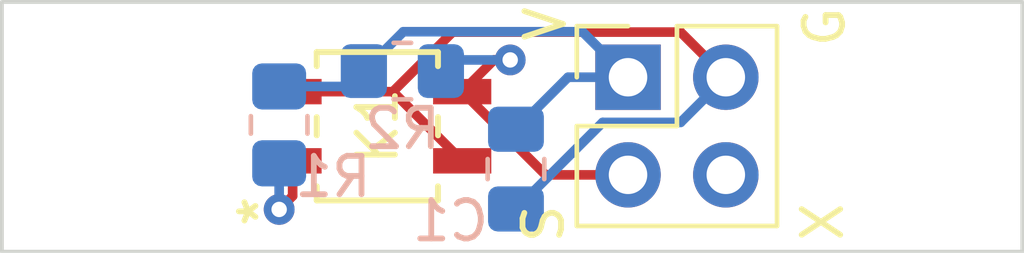
<source format=kicad_pcb>
(kicad_pcb (version 20221018) (generator pcbnew)
  (title_block (title "Reflective Opto (Cliff) Sensor") (company "satomm@stanford.edu") (comment 1 "Department of Civil and Environmental Engineering") (comment 2 "Engineering Informatics Group") (comment 3 "Stanford University") (comment 4 "Matthew Sato"))
  (layers (0 "F.Cu" signal) (31 "B.Cu" signal) (34 "B.Paste" user) (35 "F.Paste" user) (36 "B.SilkS" user "B.Silkscreen") (37 "F.SilkS" user "F.Silkscreen") (38 "B.Mask" user) (39 "F.Mask" user) (44 "Edge.Cuts" user))
  (net 0 "")
  (net 1 "Net-(J1-Pin_1)")
  (net 2 "Net-(J1-Pin_2)")
  (net 3 "Net-(J1-Pin_3)")
  (net 5 "Net-(K1-Pad1)")
  (footprint "MountingHole:MountingHole_2.2mm_M2" (layer "F.Cu") (at 361.875 199.075)
    (fp_text reference "H1" hide)
    (fp_text value "MountingHole" hide)
    (pad "" np_thru_hole circle locked (at 0 0) (size 2.2 2.2) (drill 2.2) (layers "*.Cu" "*.Mask"))
  )
  (footprint "ReflectiveLibrary:ARUSM-313_100CY_FAS-M" (layer "F.Cu") (at 348.225 199.085 90)
    (fp_text reference "K1" (at 0 0 90 unlocked) (layer "F.SilkS"))
    (fp_text value "QRE1113GR" hide)
    (fp_text user "*" (at -2.215 -3.05 90) (layer "F.SilkS"))
    (fp_line (start -1.9304 -1.5748) (end -1.9304 1.5748) (stroke (width 0.1524)) (layer "F.SilkS"))
    (fp_line (start -1.9304 1.5748) (end -1.562941 1.5748) (stroke (width 0.1524)) (layer "F.SilkS"))
    (fp_line (start -1.562941 -1.5748) (end -1.9304 -1.5748) (stroke (width 0.1524)) (layer "F.SilkS"))
    (fp_line (start -0.237061 1.5748) (end 0.237061 1.5748) (stroke (width 0.1524)) (layer "F.SilkS"))
    (fp_line (start 0.237061 -1.5748) (end -0.237061 -1.5748) (stroke (width 0.1524)) (layer "F.SilkS"))
    (fp_line (start 1.562941 1.5748) (end 1.9304 1.5748) (stroke (width 0.1524)) (layer "F.SilkS"))
    (fp_line (start 1.9304 -1.5748) (end 1.562941 -1.5748) (stroke (width 0.1524)) (layer "F.SilkS"))
    (fp_line (start 1.9304 1.5748) (end 1.9304 -1.5748) (stroke (width 0.1524)) (layer "F.SilkS"))
    (pad "1" smd rect locked (at -0.900001 -2.20345 90) (size 0.6604 1.5113) (layers "F.Cu" "F.Paste" "F.Mask") (net 5 "Net-(K1-Pad1)"))
    (pad "2" smd rect locked (at -0.900001 2.20345 90) (size 0.6604 1.5113) (layers "F.Cu" "F.Paste" "F.Mask") (net 2 "Net-(J1-Pin_2)"))
    (pad "3" smd rect locked (at 0.900001 2.20345 90) (size 0.6604 1.5113) (layers "F.Cu" "F.Paste" "F.Mask") (net 3 "Net-(J1-Pin_3)"))
    (pad "4" smd rect locked (at 0.900001 -2.20345 90) (size 0.6604 1.5113) (layers "F.Cu" "F.Paste" "F.Mask") (net 2 "Net-(J1-Pin_2)"))
  )
  (footprint "MountingHole:MountingHole_2.2mm_M2" (layer "F.Cu") (at 341.625 199.1)
    (fp_text reference "H2" hide)
    (fp_text value "MountingHole" hide)
    (pad "" np_thru_hole circle locked (at 0 0) (size 2.2 2.2) (drill 2.2) (layers "*.Cu" "*.Mask"))
  )
  (footprint "Connector_PinHeader_2.54mm:PinHeader_2x02_P2.54mm_Vertical" (layer "F.Cu") (at 354.735 197.81)
    (fp_text reference "J1" hide)
    (fp_text value "Refl_Mount" hide)
    (fp_line (start -1.33 -1.33) (end 0 -1.33) (stroke (width 0.12)) (layer "F.SilkS"))
    (fp_line (start -1.33 0) (end -1.33 -1.33) (stroke (width 0.12)) (layer "F.SilkS"))
    (fp_line (start -1.33 1.27) (end -1.33 3.87) (stroke (width 0.12)) (layer "F.SilkS"))
    (fp_line (start -1.33 1.27) (end 1.27 1.27) (stroke (width 0.12)) (layer "F.SilkS"))
    (fp_line (start -1.33 3.87) (end 3.87 3.87) (stroke (width 0.12)) (layer "F.SilkS"))
    (fp_line (start 1.27 -1.33) (end 3.87 -1.33) (stroke (width 0.12)) (layer "F.SilkS"))
    (fp_line (start 1.27 1.27) (end 1.27 -1.33) (stroke (width 0.12)) (layer "F.SilkS"))
    (fp_line (start 3.87 -1.33) (end 3.87 3.87) (stroke (width 0.12)) (layer "F.SilkS"))
    (pad "1" thru_hole rect locked (at 0 0) (size 1.7 1.7) (drill 1) (layers "*.Cu" "*.Mask") (net 1 "Net-(J1-Pin_1)"))
    (pad "2" thru_hole oval locked (at 2.54 0) (size 1.7 1.7) (drill 1) (layers "*.Cu" "*.Mask") (net 2 "Net-(J1-Pin_2)"))
    (pad "3" thru_hole oval locked (at 0 2.54) (size 1.7 1.7) (drill 1) (layers "*.Cu" "*.Mask") (net 3 "Net-(J1-Pin_3)"))
    (pad "4" thru_hole oval locked (at 2.54 2.54) (size 1.7 1.7) (drill 1) (layers "*.Cu" "*.Mask"))
  )
  (footprint "Resistor_SMD:R_0805_2012Metric_Pad1.20x1.40mm_HandSolder" (layer "B.Cu") (at 348.875 197.65 180)
    (fp_text reference "R2" (at 0 -1.5) (layer "B.SilkS") (effects (justify mirror)))
    (fp_text value "10k" hide)
    (fp_line (start -0.227064 -0.735) (end 0.227064 -0.735) (stroke (width 0.12)) (layer "B.SilkS"))
    (fp_line (start -0.227064 0.735) (end 0.227064 0.735) (stroke (width 0.12)) (layer "B.SilkS"))
    (pad "1" smd roundrect locked (at -1 0 180) (size 1.2 1.4) (layers "B.Cu" "B.Paste" "B.Mask") (roundrect_rratio 0.2083333333) (net 3 "Net-(J1-Pin_3)"))
    (pad "2" smd roundrect locked (at 1 0 180) (size 1.2 1.4) (layers "B.Cu" "B.Paste" "B.Mask") (roundrect_rratio 0.2083333333) (net 1 "Net-(J1-Pin_1)"))
  )
  (footprint "Capacitor_SMD:C_0805_2012Metric_Pad1.18x1.45mm_HandSolder" (layer "B.Cu") (at 351.825 200.2 -90)
    (fp_text reference "C1" (at 1.35 1.7 -180) (layer "B.SilkS") (effects (justify mirror)))
    (fp_text value "0.1 uF" hide)
    (fp_line (start -0.261252 -0.735) (end 0.261252 -0.735) (stroke (width 0.12)) (layer "B.SilkS"))
    (fp_line (start -0.261252 0.735) (end 0.261252 0.735) (stroke (width 0.12)) (layer "B.SilkS"))
    (pad "1" smd roundrect locked (at -1.0375 0 270) (size 1.175 1.45) (layers "B.Cu" "B.Paste" "B.Mask") (roundrect_rratio 0.212766) (net 1 "Net-(J1-Pin_1)"))
    (pad "2" smd roundrect locked (at 1.0375 0 270) (size 1.175 1.45) (layers "B.Cu" "B.Paste" "B.Mask") (roundrect_rratio 0.212766) (net 2 "Net-(J1-Pin_2)"))
  )
  (footprint "Resistor_SMD:R_0805_2012Metric_Pad1.20x1.40mm_HandSolder" (layer "B.Cu") (at 345.675 199.05 90)
    (fp_text reference "R1" (at -1.35 1.4 180) (layer "B.SilkS") (effects (justify mirror)))
    (fp_text value "100R" hide)
    (fp_line (start -0.227064 -0.735) (end 0.227064 -0.735) (stroke (width 0.12)) (layer "B.SilkS"))
    (fp_line (start -0.227064 0.735) (end 0.227064 0.735) (stroke (width 0.12)) (layer "B.SilkS"))
    (pad "1" smd roundrect locked (at -1 0 90) (size 1.2 1.4) (layers "B.Cu" "B.Paste" "B.Mask") (roundrect_rratio 0.2083333333) (net 5 "Net-(K1-Pad1)"))
    (pad "2" smd roundrect locked (at 1 0 90) (size 1.2 1.4) (layers "B.Cu" "B.Paste" "B.Mask") (roundrect_rratio 0.2083333333) (net 1 "Net-(J1-Pin_1)"))
  )
  (gr_rect locked (start 338.475 195.85) (end 364.975 202.35) (stroke (width 0.1)) (fill none) (layer "Edge.Cuts"))
  (gr_text locked "G" (at 360.425 197.1 90) (layer "F.SilkS") (effects (font (size 1 1)) (justify left bottom)))
  (gr_text locked "S" (at 353.125 202.2 90) (layer "F.SilkS") (effects (font (size 1 1)) (justify left bottom)))
  (gr_text locked "V" (at 353.175 196.95 90) (layer "F.SilkS") (effects (font (size 1 1)) (justify left bottom)))
  (gr_text locked "X" (at 360.375 202.15 90) (layer "F.SilkS") (effects (font (size 1 1)) (justify left bottom)))
  (segment locked (start 351.825 199.1625) (end 353.1775 197.81) (width 0.25) (layer "B.Cu") (net 1))
  (segment locked (start 353.55 196.625) (end 348.9 196.625) (width 0.25) (layer "B.Cu") (net 1))
  (segment locked (start 347.475 198.05) (end 345.675 198.05) (width 0.25) (layer "B.Cu") (net 1))
  (segment locked (start 353.1775 197.81) (end 354.735 197.81) (width 0.25) (layer "B.Cu") (net 1))
  (segment locked (start 354.735 197.81) (end 353.55 196.625) (width 0.25) (layer "B.Cu") (net 1))
  (segment locked (start 348.9 196.625) (end 347.475 198.05) (width 0.25) (layer "B.Cu") (net 1))
  (segment locked (start 348.628448 198.184999) (end 350.42845 199.985001) (width 0.25) (layer "F.Cu") (net 2))
  (segment locked (start 350.178447 196.635) (end 356.1 196.635) (width 0.25) (layer "F.Cu") (net 2))
  (segment locked (start 348.628448 198.184999) (end 350.178447 196.635) (width 0.25) (layer "F.Cu") (net 2))
  (segment locked (start 346.02155 198.184999) (end 348.628448 198.184999) (width 0.25) (layer "F.Cu") (net 2))
  (segment locked (start 356.1 196.635) (end 357.275 197.81) (width 0.25) (layer "F.Cu") (net 2))
  (segment locked (start 351.825 201.2375) (end 354.0775 198.985) (width 0.25) (layer "B.Cu") (net 2))
  (segment locked (start 354.0775 198.985) (end 356.1 198.985) (width 0.25) (layer "B.Cu") (net 2))
  (segment locked (start 356.1 198.985) (end 357.275 197.81) (width 0.25) (layer "B.Cu") (net 2))
  (segment locked (start 351.675 197.3595) (end 351.253949 197.3595) (width 0.25) (layer "F.Cu") (net 3))
  (segment locked (start 351.253949 197.3595) (end 350.42845 198.184999) (width 0.25) (layer "F.Cu") (net 3))
  (segment locked (start 352.593451 200.35) (end 350.42845 198.184999) (width 0.25) (layer "F.Cu") (net 3))
  (segment locked (start 354.735 200.35) (end 352.593451 200.35) (width 0.25) (layer "F.Cu") (net 3))
  (via locked (at 351.675 197.3595) (size 0.8) (drill 0.4) (layers "F.Cu" "B.Cu") (net 3))
  (segment locked (start 351.675 197.3595) (end 350.1655 197.3595) (width 0.25) (layer "B.Cu") (net 3))
  (segment locked (start 346.025 200.9) (end 346.025 199.988451) (width 0.25) (layer "F.Cu") (net 5))
  (segment locked (start 345.675 201.25) (end 346.025 200.9) (width 0.25) (layer "F.Cu") (net 5))
  (via locked (at 345.675 201.25) (size 0.8) (drill 0.4) (layers "F.Cu" "B.Cu") (net 5))
  (segment locked (start 345.675 201.25) (end 345.675 200.05) (width 0.25) (layer "B.Cu") (net 5))
)
</source>
